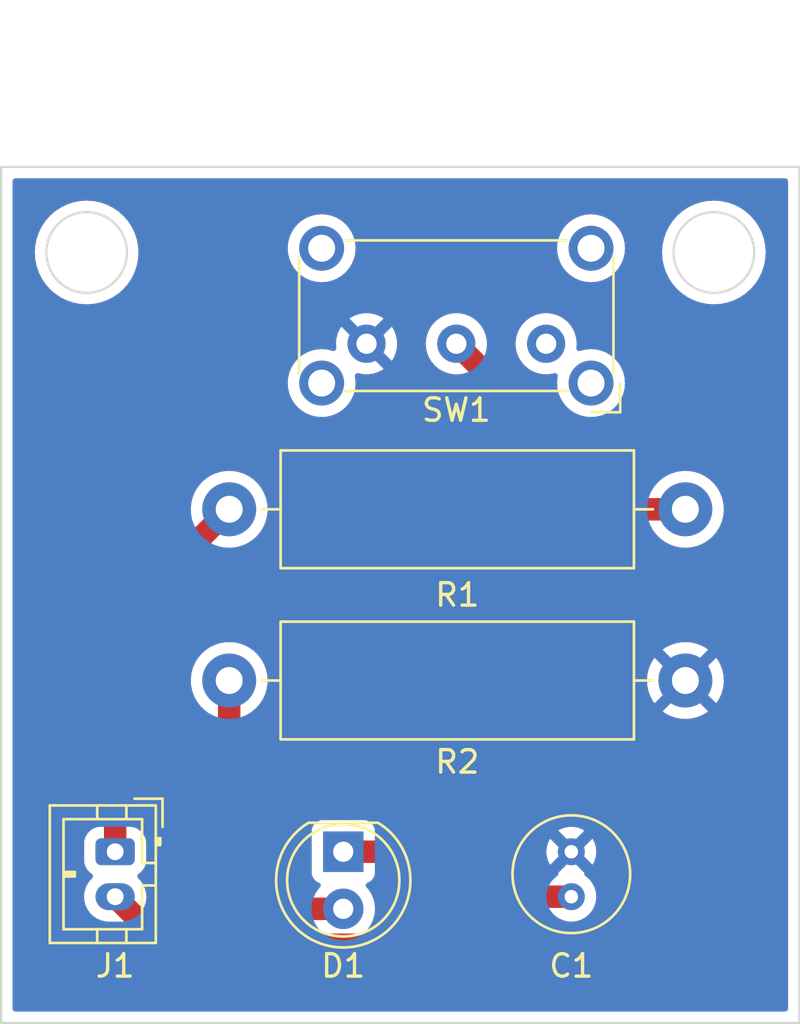
<source format=kicad_pcb>
(kicad_pcb (version 20211014) (generator pcbnew)
  (layers (0 "F.Cu" signal) (31 "B.Cu" signal) (34 "B.Paste" user) (35 "F.Paste" user) (36 "B.SilkS" user "B.Silkscreen") (37 "F.SilkS" user "F.Silkscreen") (38 "B.Mask" user) (39 "F.Mask" user) (44 "Edge.Cuts" user))
  (net 0 "")
  (net 1 "Net-(C1-Pad1)")
  (net 2 "Net-(C1-Pad2)")
  (net 3 "Net-(D1-Pad2)")
  (net 4 "Net-(J1-Pad1)")
  (net 5 "Net-(R1-Pad2)")
  (footprint "Button_Switch_THT:SW_E-Switch_EG1224_SPDT_Angled" (layer "F.Cu") (at 148.7375 89.1525 180)
    (fp_text reference "SW1" (at 4 -2.95) (layer "F.SilkS"))
    (fp_text value "SW_SPDT")
    (fp_line (start -3.3 -1.75) (end -3.3 -3.05) (layer "F.SilkS") (width 0.12))
    (fp_line (start -3 3.85) (end -3 -1.35) (layer "F.SilkS") (width 0.12))
    (fp_line (start 11 -1.35) (end 11 3.85) (layer "F.SilkS") (width 0.12))
    (fp_line (start -0.95 -2.1) (end 8.95 -2.1) (layer "F.SilkS") (width 0.12))
    (fp_line (start -3.3 -3.05) (end -2 -3.05) (layer "F.SilkS") (width 0.12))
    (fp_line (start 8.95 4.6) (end -0.95 4.6) (layer "F.SilkS") (width 0.12))
    (pad "" thru_hole circle (at -2 4.25 180) (size 2 2) (drill 1.2) (layers *.Cu *.Mask))
    (pad "" thru_hole circle (at 10 -1.75 180) (size 2 2) (drill 1.2) (layers *.Cu *.Mask))
    (pad "" thru_hole circle (at -2 -1.75 180) (size 2 2) (drill 1.2) (layers *.Cu *.Mask))
    (pad "" thru_hole circle (at 10 4.25 180) (size 2 2) (drill 1.2) (layers *.Cu *.Mask))
    (pad "1" thru_hole circle (at 0 0 180) (size 1.7 1.7) (drill 0.9) (layers *.Cu *.Mask))
    (pad "2" thru_hole circle (at 4 0 180) (size 1.7 1.7) (drill 0.9) (layers *.Cu *.Mask) (net 5 "Net-(R1-Pad2)"))
    (pad "3" thru_hole circle (at 8 0 180) (size 1.7 1.7) (drill 0.9) (layers *.Cu *.Mask) (net 1 "Net-(C1-Pad1)"))
  )
  (footprint "Resistor_THT:R_Axial_DIN0516_L15.5mm_D5.0mm_P20.32mm_Horizontal" (layer "F.Cu") (at 134.62 96.52)
    (fp_text reference "R1" (at 10.16 3.81) (layer "F.SilkS"))
    (fp_text value "2.2K")
    (fp_line (start 2.29 2.62) (end 18.03 2.62) (layer "F.SilkS") (width 0.12))
    (fp_line (start 18.03 -2.62) (end 2.29 -2.62) (layer "F.SilkS") (width 0.12))
    (fp_line (start 18.03 2.62) (end 18.03 -2.62) (layer "F.SilkS") (width 0.12))
    (fp_line (start 2.29 -2.62) (end 2.29 2.62) (layer "F.SilkS") (width 0.12))
    (fp_line (start 18.88 0) (end 18.03 0) (layer "F.SilkS") (width 0.12))
    (fp_line (start 1.44 0) (end 2.29 0) (layer "F.SilkS") (width 0.12))
    (pad "1" thru_hole circle (at 0 0) (size 2.4 2.4) (drill 1.2) (layers *.Cu *.Mask) (net 4 "Net-(J1-Pad1)"))
    (pad "2" thru_hole oval (at 20.32 0) (size 2.4 2.4) (drill 1.2) (layers *.Cu *.Mask) (net 5 "Net-(R1-Pad2)"))
  )
  (footprint "Connector_JST:JST_PH_B2B-PH-K_1x02_P2.00mm_Vertical" (layer "F.Cu") (at 129.54 111.76 -90)
    (fp_text reference "J1" (at 5.08 0 180) (layer "F.SilkS"))
    (fp_text value "Connector")
    (fp_line (start -1.11 -2.11) (end -2.36 -2.11) (layer "F.SilkS") (width 0.12))
    (fp_line (start 4.06 2.91) (end 4.06 -1.81) (layer "F.SilkS") (width 0.12))
    (fp_line (start 4.06 0.8) (end 3.45 0.8) (layer "F.SilkS") (width 0.12))
    (fp_line (start 0.5 -1.2) (end -1.45 -1.2) (layer "F.SilkS") (width 0.12))
    (fp_line (start 4.06 -1.81) (end -2.06 -1.81) (layer "F.SilkS") (width 0.12))
    (fp_line (start 3.45 -1.2) (end 1.5 -1.2) (layer "F.SilkS") (width 0.12))
    (fp_line (start 0.5 -1.81) (end 0.5 -1.2) (layer "F.SilkS") (width 0.12))
    (fp_line (start -0.3 -1.91) (end -0.6 -1.91) (layer "F.SilkS") (width 0.12))
    (fp_line (start 0.9 1.8) (end 1.1 1.8) (layer "F.SilkS") (width 0.12))
    (fp_line (start 0.9 2.3) (end 0.9 1.8) (layer "F.SilkS") (width 0.12))
    (fp_line (start 1 2.3) (end 1 1.8) (layer "F.SilkS") (width 0.12))
    (fp_line (start 4.06 -0.5) (end 3.45 -0.5) (layer "F.SilkS") (width 0.12))
    (fp_line (start -2.06 0.8) (end -1.45 0.8) (layer "F.SilkS") (width 0.12))
    (fp_line (start -2.06 -0.5) (end -1.45 -0.5) (layer "F.SilkS") (width 0.12))
    (fp_line (start 1.5 -1.2) (end 1.5 -1.81) (layer "F.SilkS") (width 0.12))
    (fp_line (start -2.36 -2.11) (end -2.36 -0.86) (layer "F.SilkS") (width 0.12))
    (fp_line (start -1.45 2.3) (end 3.45 2.3) (layer "F.SilkS") (width 0.12))
    (fp_line (start -0.3 -2.01) (end -0.6 -2.01) (layer "F.SilkS") (width 0.12))
    (fp_line (start 1.1 1.8) (end 1.1 2.3) (layer "F.SilkS") (width 0.12))
    (fp_line (start -0.3 -1.81) (end -0.3 -2.01) (layer "F.SilkS") (width 0.12))
    (fp_line (start -2.06 -1.81) (end -2.06 2.91) (layer "F.SilkS") (width 0.12))
    (fp_line (start -1.45 -1.2) (end -1.45 2.3) (layer "F.SilkS") (width 0.12))
    (fp_line (start 3.45 2.3) (end 3.45 -1.2) (layer "F.SilkS") (width 0.12))
    (fp_line (start -2.06 2.91) (end 4.06 2.91) (layer "F.SilkS") (width 0.12))
    (fp_line (start -0.6 -2.01) (end -0.6 -1.81) (layer "F.SilkS") (width 0.12))
    (pad "1" thru_hole roundrect (at 0 0 270) (size 1.2 1.75) (drill 0.75) (layers *.Cu *.Mask) (roundrect_rratio 0.208333) (net 4 "Net-(J1-Pad1)"))
    (pad "2" thru_hole oval (at 2 0 270) (size 1.2 1.75) (drill 0.75) (layers *.Cu *.Mask) (net 2 "Net-(C1-Pad2)"))
  )
  (footprint "LED_THT:LED_D5.0mm" (layer "F.Cu") (at 139.7 111.76 -90)
    (fp_text reference "D1" (at 5.08 0 180) (layer "F.SilkS"))
    (fp_text value "LED")
    (fp_line (start -1.29 -1.545) (end -1.29 1.545) (layer "F.SilkS") (width 0.12))
    (fp_arc (start -1.29 -1.54483) (mid 2.072002 -2.880433) (end 4.26 0.000462) (layer "F.SilkS") (width 0.12))
    (fp_arc (start 4.26 -0.000462) (mid 2.072002 2.880433) (end -1.29 1.54483) (layer "F.SilkS") (width 0.12))
    (fp_circle (center 1.27 0) (end 3.77 0) (layer "F.SilkS") (width 0.12) (fill none))
    (pad "1" thru_hole rect (at 0 0 270) (size 1.8 1.8) (drill 0.9) (layers *.Cu *.Mask) (net 2 "Net-(C1-Pad2)"))
    (pad "2" thru_hole circle (at 2.54 0 270) (size 1.8 1.8) (drill 0.9) (layers *.Cu *.Mask) (net 3 "Net-(D1-Pad2)"))
  )
  (footprint "Resistor_THT:R_Axial_DIN0516_L15.5mm_D5.0mm_P20.32mm_Horizontal" (layer "F.Cu") (at 154.94 104.14 180)
    (fp_text reference "R2" (at 10.16 -3.62) (layer "F.SilkS"))
    (fp_text value "20K")
    (fp_line (start 18.88 0) (end 18.03 0) (layer "F.SilkS") (width 0.12))
    (fp_line (start 18.03 -2.62) (end 2.29 -2.62) (layer "F.SilkS") (width 0.12))
    (fp_line (start 1.44 0) (end 2.29 0) (layer "F.SilkS") (width 0.12))
    (fp_line (start 2.29 2.62) (end 18.03 2.62) (layer "F.SilkS") (width 0.12))
    (fp_line (start 18.03 2.62) (end 18.03 -2.62) (layer "F.SilkS") (width 0.12))
    (fp_line (start 2.29 -2.62) (end 2.29 2.62) (layer "F.SilkS") (width 0.12))
    (pad "1" thru_hole circle (at 0 0 180) (size 2.4 2.4) (drill 1.2) (layers *.Cu *.Mask) (net 1 "Net-(C1-Pad1)"))
    (pad "2" thru_hole oval (at 20.32 0 180) (size 2.4 2.4) (drill 1.2) (layers *.Cu *.Mask) (net 3 "Net-(D1-Pad2)"))
  )
  (footprint "Capacitor_THT:C_Radial_D5.0mm_H5.0mm_P2.00mm" (layer "F.Cu") (at 149.86 111.76 -90)
    (fp_text reference "C1" (at 5.08 0 180) (layer "F.SilkS"))
    (fp_text value "4.7uF")
    (fp_circle (center 1 0) (end 3.62 0) (layer "F.SilkS") (width 0.12) (fill none))
    (pad "1" thru_hole circle (at 0 0 270) (size 1.2 1.2) (drill 0.6) (layers *.Cu *.Mask) (net 1 "Net-(C1-Pad1)"))
    (pad "2" thru_hole circle (at 2 0 270) (size 1.2 1.2) (drill 0.6) (layers *.Cu *.Mask) (net 2 "Net-(C1-Pad2)"))
  )
  (gr_circle (center 156.21 85.09) (end 157.48 83.82) (layer "Edge.Cuts") (width 0.1) (fill none))
  (gr_circle (center 128.27 85.09) (end 127 83.82) (layer "Edge.Cuts") (width 0.1) (fill none))
  (gr_rect (start 124.46 81.28) (end 160.02 119.38) (layer "Edge.Cuts") (width 0.1) (fill none))
  (segment (start 144.64 115.9) (end 146.78 113.76) (width 1) (layer "F.Cu") (net 2))
  (segment (start 146.78 113.76) (end 144.78 111.76) (width 1) (layer "F.Cu") (net 2))
  (segment (start 144.78 111.76) (end 139.7 111.76) (width 1) (layer "F.Cu") (net 2))
  (segment (start 131.68 115.9) (end 144.64 115.9) (width 1) (layer "F.Cu") (net 2))
  (segment (start 149.86 113.76) (end 146.78 113.76) (width 1) (layer "F.Cu") (net 2))
  (segment (start 129.54 113.76) (end 131.68 115.9) (width 1) (layer "F.Cu") (net 2))
  (segment (start 139.7 114.3) (end 135.89 114.3) (width 1) (layer "F.Cu") (net 3))
  (segment (start 134.62 113.03) (end 134.62 104.14) (width 1) (layer "F.Cu") (net 3))
  (segment (start 135.89 114.3) (end 134.62 113.03) (width 1) (layer "F.Cu") (net 3))
  (segment (start 129.54 111.76) (end 129.54 101.6) (width 1) (layer "F.Cu") (net 4))
  (segment (start 129.54 101.6) (end 134.62 96.52) (width 1) (layer "F.Cu") (net 4))
  (segment (start 144.7375 89.1525) (end 152.105 96.52) (width 1) (layer "F.Cu") (net 5))
  (segment (start 152.105 96.52) (end 154.94 96.52) (width 1) (layer "F.Cu") (net 5))
  (zone (net 1) (net_name "Net-(C1-Pad1)") (layer "F.Cu") (connect_pads (clearance 0.508)) (min_thickness 0.254) (fill yes (thermal_gap 0.508) (thermal_bridge_width 0.508))
    (polygon (pts (xy 160.02 119.38) (xy 124.46 119.38) (xy 124.46 81.28) (xy 160.02 81.28)))
  )
  (zone (net 1) (net_name "Net-(C1-Pad1)") (layer "B.Cu") (connect_pads (clearance 0.508)) (min_thickness 0.254) (fill yes (thermal_gap 0.508) (thermal_bridge_width 0.508))
    (polygon (pts (xy 160.02 119.38) (xy 124.46 119.38) (xy 124.46 81.28) (xy 160.02 81.28)))
  )
)
</source>
